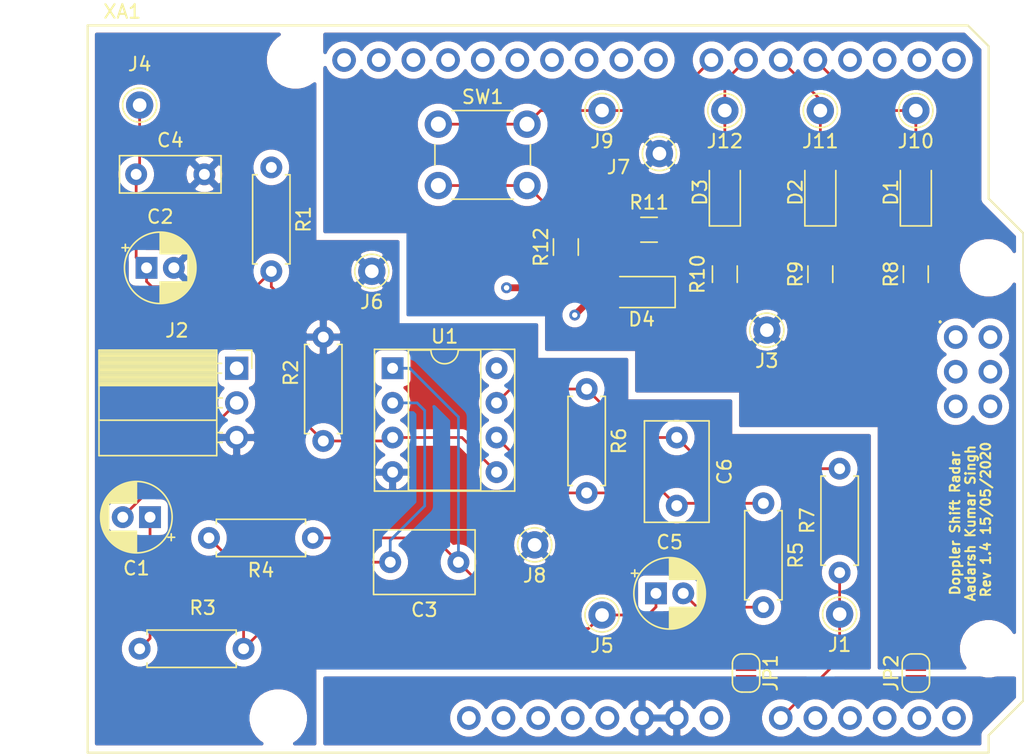
<source format=kicad_pcb>
(kicad_pcb (version 20171130) (host pcbnew "(5.1.5)-3")
  (title_block (title "Dopplershift Radar Module") (date 2020-05-13) (rev v1.1) (company hda/stud) (comment 1 "Aadarsh Kumar Singh"))
  (layers (0 Signal1 signal) (1 GND power) (2 VCC power) (31 Signal2 signal) (34 B.Paste user) (35 F.Paste user) (36 B.SilkS user) (37 F.SilkS user) (38 B.Mask user) (39 F.Mask user) (44 Edge.Cuts user))
  (net 0 "")
  (net 1 "Net-(C1-Pad1)")
  (net 2 /VIN)
  (net 3 GNDA)
  (net 4 "Net-(C2-Pad1)")
  (net 5 "Net-(C3-Pad2)")
  (net 6 "Net-(C3-Pad1)")
  (net 7 "Net-(C5-Pad2)")
  (net 8 "Net-(C6-Pad1)")
  (net 9 "Net-(C6-Pad2)")
  (net 10 /PUSHBUTTON)
  (net 11 GNDD)
  (net 12 "Net-(D1-Pad1)")
  (net 13 /LEDGREEN)
  (net 14 /LEDYELLOW)
  (net 15 "Net-(D2-Pad1)")
  (net 16 "Net-(D3-Pad1)")
  (net 17 /LEDRED)
  (net 18 VCC)
  (net 19 "Net-(D4-Pad1)")
  (net 20 /VOUT)
  (net 21 GND)
  (net 22 "Net-(XA1-PadMISO)")
  (net 23 "Net-(XA1-PadA5)")
  (net 24 "Net-(XA1-PadA4)")
  (net 25 "Net-(XA1-PadA3)")
  (net 26 "Net-(XA1-PadA2)")
  (net 27 "Net-(XA1-PadA1)")
  (net 28 "Net-(XA1-PadD11)")
  (net 29 "Net-(XA1-PadD12)")
  (net 30 "Net-(XA1-PadD13)")
  (net 31 "Net-(XA1-PadAREF)")
  (net 32 "Net-(XA1-PadSDA)")
  (net 33 "Net-(XA1-PadSCL)")
  (net 34 "Net-(XA1-PadD10)")
  (net 35 "Net-(XA1-PadD9)")
  (net 36 "Net-(XA1-PadD8)")
  (net 37 "Net-(XA1-PadD3)")
  (net 38 "Net-(XA1-PadD2)")
  (net 39 "Net-(XA1-PadD1)")
  (net 40 "Net-(XA1-PadD0)")
  (net 41 "Net-(XA1-PadIORF)")
  (net 42 "Net-(XA1-PadRST1)")
  (net 43 "Net-(XA1-Pad3V3)")
  (net 44 "Net-(XA1-PadVIN)")
  (net 45 "Net-(XA1-Pad5V2)")
  (net 46 "Net-(XA1-PadSCK)")
  (net 47 "Net-(XA1-PadMOSI)")
  (net 48 "Net-(XA1-PadGND4)")
  (net 49 "Net-(XA1-PadRST2)")
  (net 50 "Net-(R12-Pad2)")
  (net 51 "Net-(XA1-PadGND1)")
  (module Arduino_SDHD:Arduino_Uno_Shield (layer Signal1) (at 82.296 133.096)
    (fp_text reference XA1 (at 2.54 -54.356) (layer F.SilkS))
    (fp_text value Uno_Shield)
    (fp_text user . (at 62.484 -32.004) (layer F.SilkS))
    (pad MISO thru_hole oval (at 63.627 -30.48) (size 1.7272 1.7272) (drill 1.016) (layers *.Cu *.Mask) (net 22 "Net-(XA1-PadMISO)"))
    (pad A5 thru_hole oval (at 63.5 -2.54) (size 1.7272 1.7272) (drill 1.016) (layers *.Cu *.Mask) (net 23 "Net-(XA1-PadA5)"))
    (pad A4 thru_hole oval (at 60.96 -2.54) (size 1.7272 1.7272) (drill 1.016) (layers *.Cu *.Mask) (net 24 "Net-(XA1-PadA4)"))
    (pad A3 thru_hole oval (at 58.42 -2.54) (size 1.7272 1.7272) (drill 1.016) (layers *.Cu *.Mask) (net 25 "Net-(XA1-PadA3)"))
    (pad A2 thru_hole oval (at 55.88 -2.54) (size 1.7272 1.7272) (drill 1.016) (layers *.Cu *.Mask) (net 26 "Net-(XA1-PadA2)"))
    (pad A1 thru_hole oval (at 53.34 -2.54) (size 1.7272 1.7272) (drill 1.016) (layers *.Cu *.Mask) (net 27 "Net-(XA1-PadA1)"))
    (pad "" thru_hole oval (at 27.94 -2.54) (size 1.7272 1.7272) (drill 1.016) (layers *.Cu *.Mask))
    (pad D11 thru_hole oval (at 34.036 -50.8) (size 1.7272 1.7272) (drill 1.016) (layers *.Cu *.Mask) (net 28 "Net-(XA1-PadD11)"))
    (pad D12 thru_hole oval (at 31.496 -50.8) (size 1.7272 1.7272) (drill 1.016) (layers *.Cu *.Mask) (net 29 "Net-(XA1-PadD12)"))
    (pad D13 thru_hole oval (at 28.956 -50.8) (size 1.7272 1.7272) (drill 1.016) (layers *.Cu *.Mask) (net 30 "Net-(XA1-PadD13)"))
    (pad AREF thru_hole oval (at 23.876 -50.8) (size 1.7272 1.7272) (drill 1.016) (layers *.Cu *.Mask) (net 31 "Net-(XA1-PadAREF)"))
    (pad SDA thru_hole oval (at 21.336 -50.8) (size 1.7272 1.7272) (drill 1.016) (layers *.Cu *.Mask) (net 32 "Net-(XA1-PadSDA)"))
    (pad SCL thru_hole oval (at 18.796 -50.8) (size 1.7272 1.7272) (drill 1.016) (layers *.Cu *.Mask) (net 33 "Net-(XA1-PadSCL)"))
    (pad "" np_thru_hole circle (at 13.97 -2.54) (size 3.2 3.2) (drill 3.2) (layers *.Cu *.Mask))
    (pad "" np_thru_hole circle (at 15.24 -50.8) (size 3.2 3.2) (drill 3.2) (layers *.Cu *.Mask))
    (pad "" np_thru_hole circle (at 66.04 -35.56) (size 3.2 3.2) (drill 3.2) (layers *.Cu *.Mask))
    (pad "" np_thru_hole circle (at 66.04 -7.62) (size 3.2 3.2) (drill 3.2) (layers *.Cu *.Mask))
    (pad D10 thru_hole oval (at 36.576 -50.8) (size 1.7272 1.7272) (drill 1.016) (layers *.Cu *.Mask) (net 34 "Net-(XA1-PadD10)"))
    (pad D9 thru_hole oval (at 39.116 -50.8) (size 1.7272 1.7272) (drill 1.016) (layers *.Cu *.Mask) (net 35 "Net-(XA1-PadD9)"))
    (pad D8 thru_hole oval (at 41.656 -50.8) (size 1.7272 1.7272) (drill 1.016) (layers *.Cu *.Mask) (net 36 "Net-(XA1-PadD8)"))
    (pad GND1 thru_hole oval (at 26.416 -50.8) (size 1.7272 1.7272) (drill 1.016) (layers *.Cu *.Mask) (net 51 "Net-(XA1-PadGND1)"))
    (pad D7 thru_hole oval (at 45.72 -50.8) (size 1.7272 1.7272) (drill 1.016) (layers *.Cu *.Mask) (net 10 /PUSHBUTTON))
    (pad D6 thru_hole oval (at 48.26 -50.8) (size 1.7272 1.7272) (drill 1.016) (layers *.Cu *.Mask) (net 17 /LEDRED))
    (pad D5 thru_hole oval (at 50.8 -50.8) (size 1.7272 1.7272) (drill 1.016) (layers *.Cu *.Mask) (net 14 /LEDYELLOW))
    (pad D4 thru_hole oval (at 53.34 -50.8) (size 1.7272 1.7272) (drill 1.016) (layers *.Cu *.Mask) (net 13 /LEDGREEN))
    (pad D3 thru_hole oval (at 55.88 -50.8) (size 1.7272 1.7272) (drill 1.016) (layers *.Cu *.Mask) (net 37 "Net-(XA1-PadD3)"))
    (pad D2 thru_hole oval (at 58.42 -50.8) (size 1.7272 1.7272) (drill 1.016) (layers *.Cu *.Mask) (net 38 "Net-(XA1-PadD2)"))
    (pad D1 thru_hole oval (at 60.96 -50.8) (size 1.7272 1.7272) (drill 1.016) (layers *.Cu *.Mask) (net 39 "Net-(XA1-PadD1)"))
    (pad D0 thru_hole oval (at 63.5 -50.8) (size 1.7272 1.7272) (drill 1.016) (layers *.Cu *.Mask) (net 40 "Net-(XA1-PadD0)"))
    (pad IORF thru_hole oval (at 30.48 -2.54) (size 1.7272 1.7272) (drill 1.016) (layers *.Cu *.Mask) (net 41 "Net-(XA1-PadIORF)"))
    (pad RST1 thru_hole oval (at 33.02 -2.54) (size 1.7272 1.7272) (drill 1.016) (layers *.Cu *.Mask) (net 42 "Net-(XA1-PadRST1)"))
    (pad 3V3 thru_hole oval (at 35.56 -2.54) (size 1.7272 1.7272) (drill 1.016) (layers *.Cu *.Mask) (net 43 "Net-(XA1-Pad3V3)"))
    (pad 5V1 thru_hole oval (at 38.1 -2.54) (size 1.7272 1.7272) (drill 1.016) (layers *.Cu *.Mask) (net 18 VCC))
    (pad GND2 thru_hole oval (at 40.64 -2.54) (size 1.7272 1.7272) (drill 1.016) (layers *.Cu *.Mask) (net 21 GND))
    (pad GND3 thru_hole oval (at 43.18 -2.54) (size 1.7272 1.7272) (drill 1.016) (layers *.Cu *.Mask) (net 21 GND))
    (pad VIN thru_hole oval (at 45.72 -2.54) (size 1.7272 1.7272) (drill 1.016) (layers *.Cu *.Mask) (net 44 "Net-(XA1-PadVIN)"))
    (pad A0 thru_hole oval (at 50.8 -2.54) (size 1.7272 1.7272) (drill 1.016) (layers *.Cu *.Mask) (net 20 /VOUT))
    (pad 5V2 thru_hole oval (at 66.167 -30.48) (size 1.7272 1.7272) (drill 1.016) (layers *.Cu *.Mask) (net 45 "Net-(XA1-Pad5V2)"))
    (pad SCK thru_hole oval (at 63.627 -27.94) (size 1.7272 1.7272) (drill 1.016) (layers *.Cu *.Mask) (net 46 "Net-(XA1-PadSCK)"))
    (pad MOSI thru_hole oval (at 66.167 -27.94) (size 1.7272 1.7272) (drill 1.016) (layers *.Cu *.Mask) (net 47 "Net-(XA1-PadMOSI)"))
    (pad GND4 thru_hole oval (at 66.167 -25.4) (size 1.7272 1.7272) (drill 1.016) (layers *.Cu *.Mask) (net 48 "Net-(XA1-PadGND4)"))
    (pad RST2 thru_hole oval (at 63.627 -25.4) (size 1.7272 1.7272) (drill 1.016) (layers *.Cu *.Mask) (net 49 "Net-(XA1-PadRST2)"))
  )
  (module Capacitor_THT:CP_Radial_D5.0mm_P2.00mm (layer Signal1) (at 86.868 115.824 180)
    (fp_text reference C1 (at 1 -3.75) (layer F.SilkS))
    (fp_text value 4.7u)
    (pad 1 thru_hole rect (at 0 0 180) (size 1.6 1.6) (drill 0.8) (layers *.Cu *.Mask) (net 1 "Net-(C1-Pad1)"))
    (pad 2 thru_hole circle (at 2 0 180) (size 1.6 1.6) (drill 0.8) (layers *.Cu *.Mask) (net 2 /VIN))
  )
  (module Capacitor_THT:CP_Radial_D5.0mm_P2.00mm (layer Signal1) (at 86.614 97.536)
    (fp_text reference C2 (at 1 -3.75) (layer F.SilkS))
    (fp_text value 22u)
    (pad 2 thru_hole circle (at 2 0) (size 1.6 1.6) (drill 0.8) (layers *.Cu *.Mask) (net 3 GNDA))
    (pad 1 thru_hole rect (at 0 0) (size 1.6 1.6) (drill 0.8) (layers *.Cu *.Mask) (net 4 "Net-(C2-Pad1)"))
  )
  (module Capacitor_THT:C_Rect_L7.2mm_W4.5mm_P5.00mm_FKS2_FKP2_MKS2_MKP2 (layer Signal1) (at 109.474 119.126 180)
    (fp_text reference C3 (at 2.5 -3.5) (layer F.SilkS))
    (fp_text value 1.5n)
    (pad 2 thru_hole circle (at 5 0 180) (size 1.6 1.6) (drill 0.8) (layers *.Cu *.Mask) (net 5 "Net-(C3-Pad2)"))
    (pad 1 thru_hole circle (at 0 0 180) (size 1.6 1.6) (drill 0.8) (layers *.Cu *.Mask) (net 6 "Net-(C3-Pad1)"))
  )
  (module Capacitor_THT:C_Rect_L7.2mm_W2.5mm_P5.00mm_FKS2_FKP2_MKS2_MKP2 (layer Signal1) (at 85.852 90.678)
    (fp_text reference C4 (at 2.5 -2.5) (layer F.SilkS))
    (fp_text value 100n)
    (pad 1 thru_hole circle (at 0 0) (size 1.6 1.6) (drill 0.8) (layers *.Cu *.Mask) (net 4 "Net-(C2-Pad1)"))
    (pad 2 thru_hole circle (at 5 0) (size 1.6 1.6) (drill 0.8) (layers *.Cu *.Mask) (net 3 GNDA))
  )
  (module Capacitor_THT:CP_Radial_D5.0mm_P2.00mm (layer Signal1) (at 123.952 121.412)
    (fp_text reference C5 (at 1 -3.75) (layer F.SilkS))
    (fp_text value 4.7u)
    (pad 1 thru_hole rect (at 0 0) (size 1.6 1.6) (drill 0.8) (layers *.Cu *.Mask) (net 6 "Net-(C3-Pad1)"))
    (pad 2 thru_hole circle (at 2 0) (size 1.6 1.6) (drill 0.8) (layers *.Cu *.Mask) (net 7 "Net-(C5-Pad2)"))
  )
  (module Capacitor_THT:C_Rect_L7.2mm_W4.5mm_P5.00mm_FKS2_FKP2_MKS2_MKP2 (layer Signal1) (at 125.476 109.982 270)
    (fp_text reference C6 (at 2.5 -3.5 90) (layer F.SilkS))
    (fp_text value 3.3n)
    (pad 1 thru_hole circle (at 0 0 270) (size 1.6 1.6) (drill 0.8) (layers *.Cu *.Mask) (net 8 "Net-(C6-Pad1)"))
    (pad 2 thru_hole circle (at 5 0 270) (size 1.6 1.6) (drill 0.8) (layers *.Cu *.Mask) (net 9 "Net-(C6-Pad2)"))
  )
  (module LED_SMD:LED_1206_3216Metric_Pad1.42x1.75mm_HandSolder (layer Signal1) (at 143 92 90)
    (fp_text reference D1 (at 0 -1.82 90) (layer F.SilkS))
    (fp_text value "LED green")
    (pad 2 smd roundrect (at 1.4875 0 90) (size 1.425 1.75) (layers Signal1 F.Paste F.Mask) (roundrect_rratio 0.175439) (net 13 /LEDGREEN))
    (pad 1 smd roundrect (at -1.4875 0 90) (size 1.425 1.75) (layers Signal1 F.Paste F.Mask) (roundrect_rratio 0.175439) (net 12 "Net-(D1-Pad1)"))
  )
  (module LED_SMD:LED_1206_3216Metric_Pad1.42x1.75mm_HandSolder (layer Signal1) (at 136 92 90)
    (fp_text reference D2 (at 0 -1.82 90) (layer F.SilkS))
    (fp_text value "LED yellow")
    (pad 1 smd roundrect (at -1.4875 0 90) (size 1.425 1.75) (layers Signal1 F.Paste F.Mask) (roundrect_rratio 0.175439) (net 15 "Net-(D2-Pad1)"))
    (pad 2 smd roundrect (at 1.4875 0 90) (size 1.425 1.75) (layers Signal1 F.Paste F.Mask) (roundrect_rratio 0.175439) (net 14 /LEDYELLOW))
  )
  (module LED_SMD:LED_1206_3216Metric_Pad1.42x1.75mm_HandSolder (layer Signal1) (at 129 92 90)
    (fp_text reference D3 (at 0 -1.82 90) (layer F.SilkS))
    (fp_text value "LED red")
    (pad 2 smd roundrect (at 1.4875 0 90) (size 1.425 1.75) (layers Signal1 F.Paste F.Mask) (roundrect_rratio 0.175439) (net 17 /LEDRED))
    (pad 1 smd roundrect (at -1.4875 0 90) (size 1.425 1.75) (layers Signal1 F.Paste F.Mask) (roundrect_rratio 0.175439) (net 16 "Net-(D3-Pad1)"))
  )
  (module LED_SMD:LED_1206_3216Metric_Pad1.42x1.75mm_HandSolder (layer Signal1) (at 122.8995 99.314 180)
    (fp_text reference D4 (at 0 -2) (layer F.SilkS))
    (fp_text value "LED red")
    (pad 1 smd roundrect (at -1.4875 0 180) (size 1.425 1.75) (layers Signal1 F.Paste F.Mask) (roundrect_rratio 0.175439) (net 19 "Net-(D4-Pad1)"))
    (pad 2 smd roundrect (at 1.4875 0 180) (size 1.425 1.75) (layers Signal1 F.Paste F.Mask) (roundrect_rratio 0.175439) (net 18 VCC))
  )
  (module Connector_Pin:Pin_D1.0mm_L10.0mm (layer Signal1) (at 137.414 122.936)
    (fp_text reference J1 (at 0 2.25) (layer F.SilkS))
    (fp_text value FILTER_2)
    (pad 1 thru_hole circle (at 0 0) (size 2 2) (drill 1) (layers *.Cu *.Mask) (net 20 /VOUT))
  )
  (module Connector_PinSocket_2.54mm:PinSocket_1x03_P2.54mm_Horizontal (layer Signal1) (at 93.218 104.902)
    (fp_text reference J2 (at -4.38 -2.77) (layer F.SilkS))
    (fp_text value Radar)
    (pad 1 thru_hole rect (at 0 0) (size 1.7 1.7) (drill 1) (layers *.Cu *.Mask) (net 18 VCC))
    (pad 2 thru_hole oval (at 0 2.54) (size 1.7 1.7) (drill 1) (layers *.Cu *.Mask) (net 2 /VIN))
    (pad 3 thru_hole oval (at 0 5.08) (size 1.7 1.7) (drill 1) (layers *.Cu *.Mask) (net 3 GNDA))
  )
  (module Connector_Pin:Pin_D1.0mm_L10.0mm (layer Signal1) (at 132.08 102.108)
    (fp_text reference J3 (at 0 2.25) (layer F.SilkS))
    (fp_text value TP_GNDD)
    (pad 1 thru_hole circle (at 0 0) (size 2 2) (drill 1) (layers *.Cu *.Mask) (net 11 GNDD))
  )
  (module Connector_Pin:Pin_D1.0mm_L10.0mm (layer Signal1) (at 86.106 85.598)
    (fp_text reference J4 (at 0 -3) (layer F.SilkS))
    (fp_text value TP_VCM)
    (pad 1 thru_hole circle (at 0 0) (size 2 2) (drill 1) (layers *.Cu *.Mask) (net 4 "Net-(C2-Pad1)"))
  )
  (module Connector_Pin:Pin_D1.0mm_L10.0mm (layer Signal1) (at 120 123)
    (fp_text reference J5 (at 0 2.25) (layer F.SilkS))
    (fp_text value FILTER_1)
    (pad 1 thru_hole circle (at 0 0) (size 2 2) (drill 1) (layers *.Cu *.Mask) (net 6 "Net-(C3-Pad1)"))
  )
  (module Connector_Pin:Pin_D1.0mm_L10.0mm (layer Signal1) (at 103.124 97.79)
    (fp_text reference J6 (at 0 2.25) (layer F.SilkS))
    (fp_text value TP_GNDA)
    (pad 1 thru_hole circle (at 0 0) (size 2 2) (drill 1) (layers *.Cu *.Mask) (net 3 GNDA))
  )
  (module Connector_Pin:Pin_D1.0mm_L10.0mm (layer Signal1) (at 124.206 89.154)
    (fp_text reference J7 (at -3 1) (layer F.SilkS))
    (fp_text value TP_GNDD)
    (pad 1 thru_hole circle (at 0 0) (size 2 2) (drill 1) (layers *.Cu *.Mask) (net 11 GNDD))
  )
  (module Connector_Pin:Pin_D1.0mm_L10.0mm (layer Signal1) (at 115.062 117.856)
    (fp_text reference J8 (at 0 2.25) (layer F.SilkS))
    (fp_text value TP_GNDA)
    (pad 1 thru_hole circle (at 0 0) (size 2 2) (drill 1) (layers *.Cu *.Mask) (net 3 GNDA))
  )
  (module Connector_Pin:Pin_D1.0mm_L10.0mm (layer Signal1) (at 120 86)
    (fp_text reference J9 (at 0 2.25) (layer F.SilkS))
    (fp_text value TP_BUTTON)
    (pad 1 thru_hole circle (at 0 0) (size 2 2) (drill 1) (layers *.Cu *.Mask) (net 10 /PUSHBUTTON))
  )
  (module Connector_Pin:Pin_D1.0mm_L10.0mm (layer Signal1) (at 143 86)
    (fp_text reference J10 (at 0 2.25) (layer F.SilkS))
    (fp_text value TP_LED_G)
    (pad 1 thru_hole circle (at 0 0) (size 2 2) (drill 1) (layers *.Cu *.Mask) (net 13 /LEDGREEN))
  )
  (module Connector_Pin:Pin_D1.0mm_L10.0mm (layer Signal1) (at 136 86)
    (fp_text reference J11 (at 0 2.25) (layer F.SilkS))
    (fp_text value TP_LED_Y)
    (pad 1 thru_hole circle (at 0 0) (size 2 2) (drill 1) (layers *.Cu *.Mask) (net 14 /LEDYELLOW))
  )
  (module Connector_Pin:Pin_D1.0mm_L10.0mm (layer Signal1) (at 129 86)
    (fp_text reference J12 (at 0 2.25) (layer F.SilkS))
    (fp_text value TP_LED_R)
    (pad 1 thru_hole circle (at 0 0) (size 2 2) (drill 1) (layers *.Cu *.Mask) (net 17 /LEDRED))
  )
  (module Jumper:SolderJumper-2_P1.3mm_Open_RoundedPad1.0x1.5mm (layer Signal1) (at 130.556 127.254 270)
    (fp_text reference JP1 (at 0 -1.8 90) (layer F.SilkS))
    (fp_text value GNDA_JOIN)
    (pad 2 smd custom (at 0.65 0 270) (size 1 0.5) (layers Signal1 F.Mask) (net 21 GND) (options (clearance outline) (anchor rect)) (primitives (gr_circle (center 0 0.25) (end 0.5 0.25) (width 0)) (gr_circle (center 0 -0.25) (end 0.5 -0.25) (width 0)) (gr_poly (pts (xy 0 -0.75) (xy -0.5 -0.75) (xy -0.5 0.75) (xy 0 0.75)) (width 0))))
    (pad 1 smd custom (at -0.65 0 270) (size 1 0.5) (layers Signal1 F.Mask) (net 3 GNDA) (options (clearance outline) (anchor rect)) (primitives (gr_circle (center 0 0.25) (end 0.5 0.25) (width 0)) (gr_circle (center 0 -0.25) (end 0.5 -0.25) (width 0)) (gr_poly (pts (xy 0 -0.75) (xy 0.5 -0.75) (xy 0.5 0.75) (xy 0 0.75)) (width 0))))
  )
  (module Jumper:SolderJumper-2_P1.3mm_Open_RoundedPad1.0x1.5mm (layer Signal1) (at 143.002 127.254 90)
    (fp_text reference JP2 (at 0 -1.8 90) (layer F.SilkS))
    (fp_text value GNDD_JOIN)
    (pad 2 smd custom (at 0.65 0 90) (size 1 0.5) (layers Signal1 F.Mask) (net 11 GNDD) (options (clearance outline) (anchor rect)) (primitives (gr_circle (center 0 0.25) (end 0.5 0.25) (width 0)) (gr_circle (center 0 -0.25) (end 0.5 -0.25) (width 0)) (gr_poly (pts (xy 0 -0.75) (xy -0.5 -0.75) (xy -0.5 0.75) (xy 0 0.75)) (width 0))))
    (pad 1 smd custom (at -0.65 0 90) (size 1 0.5) (layers Signal1 F.Mask) (net 21 GND) (options (clearance outline) (anchor rect)) (primitives (gr_circle (center 0 0.25) (end 0.5 0.25) (width 0)) (gr_circle (center 0 -0.25) (end 0.5 -0.25) (width 0)) (gr_poly (pts (xy 0 -0.75) (xy 0.5 -0.75) (xy 0.5 0.75) (xy 0 0.75)) (width 0))))
  )
  (module Resistor_THT:R_Axial_DIN0207_L6.3mm_D2.5mm_P7.62mm_Horizontal (layer Signal1) (at 95.758 90.17 270)
    (fp_text reference R1 (at 3.81 -2.37 90) (layer F.SilkS))
    (fp_text value 1k)
    (pad 2 thru_hole oval (at 7.62 0 270) (size 1.6 1.6) (drill 0.8) (layers *.Cu *.Mask) (net 4 "Net-(C2-Pad1)"))
    (pad 1 thru_hole circle (at 0 0 270) (size 1.6 1.6) (drill 0.8) (layers *.Cu *.Mask) (net 18 VCC))
  )
  (module Resistor_THT:R_Axial_DIN0207_L6.3mm_D2.5mm_P7.62mm_Horizontal (layer Signal1) (at 99.568 110.236 90)
    (fp_text reference R2 (at 5 -2.37 90) (layer F.SilkS))
    (fp_text value 1k)
    (pad 1 thru_hole circle (at 0 0 90) (size 1.6 1.6) (drill 0.8) (layers *.Cu *.Mask) (net 4 "Net-(C2-Pad1)"))
    (pad 2 thru_hole oval (at 7.62 0 90) (size 1.6 1.6) (drill 0.8) (layers *.Cu *.Mask) (net 3 GNDA))
  )
  (module Resistor_THT:R_Axial_DIN0207_L6.3mm_D2.5mm_P7.62mm_Horizontal (layer Signal1) (at 93.726 125.476 180)
    (fp_text reference R3 (at 3 3) (layer F.SilkS))
    (fp_text value 2.2k)
    (pad 1 thru_hole circle (at 0 0 180) (size 1.6 1.6) (drill 0.8) (layers *.Cu *.Mask) (net 5 "Net-(C3-Pad2)"))
    (pad 2 thru_hole oval (at 7.62 0 180) (size 1.6 1.6) (drill 0.8) (layers *.Cu *.Mask) (net 1 "Net-(C1-Pad1)"))
  )
  (module Resistor_THT:R_Axial_DIN0207_L6.3mm_D2.5mm_P7.62mm_Horizontal (layer Signal1) (at 98.806 117.348 180)
    (fp_text reference R4 (at 3.81 -2.37) (layer F.SilkS))
    (fp_text value 220k)
    (pad 1 thru_hole circle (at 0 0 180) (size 1.6 1.6) (drill 0.8) (layers *.Cu *.Mask) (net 6 "Net-(C3-Pad1)"))
    (pad 2 thru_hole oval (at 7.62 0 180) (size 1.6 1.6) (drill 0.8) (layers *.Cu *.Mask) (net 5 "Net-(C3-Pad2)"))
  )
  (module Resistor_THT:R_Axial_DIN0207_L6.3mm_D2.5mm_P7.62mm_Horizontal (layer Signal1) (at 131.826 114.808 270)
    (fp_text reference R5 (at 3.81 -2.37 90) (layer F.SilkS))
    (fp_text value 2.2k)
    (pad 1 thru_hole circle (at 0 0 270) (size 1.6 1.6) (drill 0.8) (layers *.Cu *.Mask) (net 9 "Net-(C6-Pad2)"))
    (pad 2 thru_hole oval (at 7.62 0 270) (size 1.6 1.6) (drill 0.8) (layers *.Cu *.Mask) (net 7 "Net-(C5-Pad2)"))
  )
  (module Resistor_THT:R_Axial_DIN0207_L6.3mm_D2.5mm_P7.62mm_Horizontal (layer Signal1) (at 118.872 106.426 270)
    (fp_text reference R6 (at 3.81 -2.37 90) (layer F.SilkS))
    (fp_text value 100k)
    (pad 2 thru_hole oval (at 7.62 0 270) (size 1.6 1.6) (drill 0.8) (layers *.Cu *.Mask) (net 9 "Net-(C6-Pad2)"))
    (pad 1 thru_hole circle (at 0 0 270) (size 1.6 1.6) (drill 0.8) (layers *.Cu *.Mask) (net 8 "Net-(C6-Pad1)"))
  )
  (module Resistor_THT:R_Axial_DIN0207_L6.3mm_D2.5mm_P7.62mm_Horizontal (layer Signal1) (at 137.414 119.888 90)
    (fp_text reference R7 (at 3.81 -2.37 90) (layer F.SilkS))
    (fp_text value 100)
    (pad 1 thru_hole circle (at 0 0 90) (size 1.6 1.6) (drill 0.8) (layers *.Cu *.Mask) (net 20 /VOUT))
    (pad 2 thru_hole oval (at 7.62 0 90) (size 1.6 1.6) (drill 0.8) (layers *.Cu *.Mask) (net 8 "Net-(C6-Pad1)"))
  )
  (module Resistor_SMD:R_1206_3216Metric_Pad1.42x1.75mm_HandSolder (layer Signal1) (at 143 98 90)
    (fp_text reference R8 (at 0 -1.82 90) (layer F.SilkS))
    (fp_text value 220)
    (pad 1 smd roundrect (at -1.4875 0 90) (size 1.425 1.75) (layers Signal1 F.Paste F.Mask) (roundrect_rratio 0.175439) (net 11 GNDD))
    (pad 2 smd roundrect (at 1.4875 0 90) (size 1.425 1.75) (layers Signal1 F.Paste F.Mask) (roundrect_rratio 0.175439) (net 12 "Net-(D1-Pad1)"))
  )
  (module Resistor_SMD:R_1206_3216Metric_Pad1.42x1.75mm_HandSolder (layer Signal1) (at 136 98 90)
    (fp_text reference R9 (at 0 -1.82 90) (layer F.SilkS))
    (fp_text value 220)
    (pad 1 smd roundrect (at -1.4875 0 90) (size 1.425 1.75) (layers Signal1 F.Paste F.Mask) (roundrect_rratio 0.175439) (net 11 GNDD))
    (pad 2 smd roundrect (at 1.4875 0 90) (size 1.425 1.75) (layers Signal1 F.Paste F.Mask) (roundrect_rratio 0.175439) (net 15 "Net-(D2-Pad1)"))
  )
  (module Resistor_SMD:R_1206_3216Metric_Pad1.42x1.75mm_HandSolder (layer Signal1) (at 129 98 90)
    (fp_text reference R10 (at 0 -2 90) (layer F.SilkS))
    (fp_text value 220)
    (pad 1 smd roundrect (at -1.4875 0 90) (size 1.425 1.75) (layers Signal1 F.Paste F.Mask) (roundrect_rratio 0.175439) (net 11 GNDD))
    (pad 2 smd roundrect (at 1.4875 0 90) (size 1.425 1.75) (layers Signal1 F.Paste F.Mask) (roundrect_rratio 0.175439) (net 16 "Net-(D3-Pad1)"))
  )
  (module Resistor_SMD:R_1206_3216Metric_Pad1.42x1.75mm_HandSolder (layer Signal1) (at 123.444 94.742 180)
    (fp_text reference R11 (at 0 2) (layer F.SilkS))
    (fp_text value 220)
    (pad 2 smd roundrect (at 1.4875 0 180) (size 1.425 1.75) (layers Signal1 F.Paste F.Mask) (roundrect_rratio 0.175439) (net 11 GNDD))
    (pad 1 smd roundrect (at -1.4875 0 180) (size 1.425 1.75) (layers Signal1 F.Paste F.Mask) (roundrect_rratio 0.175439) (net 19 "Net-(D4-Pad1)"))
  )
  (module Resistor_SMD:R_1206_3216Metric_Pad1.42x1.75mm_HandSolder (layer Signal1) (at 117.348 96.012 90)
    (fp_text reference R12 (at 0 -1.82 90) (layer F.SilkS))
    (fp_text value 220)
    (pad 2 smd roundrect (at 1.4875 0 90) (size 1.425 1.75) (layers Signal1 F.Paste F.Mask) (roundrect_rratio 0.175439) (net 50 "Net-(R12-Pad2)"))
    (pad 1 smd roundrect (at -1.4875 0 90) (size 1.425 1.75) (layers Signal1 F.Paste F.Mask) (roundrect_rratio 0.175439) (net 18 VCC))
  )
  (module Button_Switch_THT:SW_PUSH_6mm_H4.3mm (layer Signal1) (at 108 87)
    (fp_text reference SW1 (at 3.25 -2) (layer F.SilkS))
    (fp_text value SW_Push)
    (pad 2 thru_hole circle (at 0 4.5 90) (size 2 2) (drill 1.1) (layers *.Cu *.Mask) (net 50 "Net-(R12-Pad2)"))
    (pad 1 thru_hole circle (at 0 0 90) (size 2 2) (drill 1.1) (layers *.Cu *.Mask) (net 10 /PUSHBUTTON))
    (pad 2 thru_hole circle (at 6.5 4.5 90) (size 2 2) (drill 1.1) (layers *.Cu *.Mask) (net 50 "Net-(R12-Pad2)"))
    (pad 1 thru_hole circle (at 6.5 0 90) (size 2 2) (drill 1.1) (layers *.Cu *.Mask) (net 10 /PUSHBUTTON))
  )
  (module Package_DIP:DIP-8_W7.62mm_Socket (layer Signal1) (at 104.648 104.902)
    (fp_text reference U1 (at 3.81 -2.33) (layer F.SilkS))
    (fp_text value LM358)
    (pad 1 thru_hole rect (at 0 0) (size 1.6 1.6) (drill 0.8) (layers *.Cu *.Mask) (net 6 "Net-(C3-Pad1)"))
    (pad 5 thru_hole oval (at 7.62 7.62) (size 1.6 1.6) (drill 0.8) (layers *.Cu *.Mask) (net 4 "Net-(C2-Pad1)"))
    (pad 2 thru_hole oval (at 0 2.54) (size 1.6 1.6) (drill 0.8) (layers *.Cu *.Mask) (net 5 "Net-(C3-Pad2)"))
    (pad 6 thru_hole oval (at 7.62 5.08) (size 1.6 1.6) (drill 0.8) (layers *.Cu *.Mask) (net 9 "Net-(C6-Pad2)"))
    (pad 3 thru_hole oval (at 0 5.08) (size 1.6 1.6) (drill 0.8) (layers *.Cu *.Mask) (net 4 "Net-(C2-Pad1)"))
    (pad 7 thru_hole oval (at 7.62 2.54) (size 1.6 1.6) (drill 0.8) (layers *.Cu *.Mask) (net 8 "Net-(C6-Pad1)"))
    (pad 4 thru_hole oval (at 0 7.62) (size 1.6 1.6) (drill 0.8) (layers *.Cu *.Mask) (net 3 GNDA))
    (pad 8 thru_hole oval (at 7.62 0) (size 1.6 1.6) (drill 0.8) (layers *.Cu *.Mask) (net 18 VCC))
  )
  (gr_text "Doppler Shift Radar \nAadarsh Kumar Singh \nRev 1.4 15/05/2020" (at 147 116 90) (layer F.SilkS) (effects (font (size 0.7 0.7))))
  (gr_line (start 150.876 94.996) (end 150.876 128.524) (layer Edge.Cuts) (width 0.05))
  (gr_line (start 148.336 92.456) (end 150.876 94.996) (layer Edge.Cuts) (width 0.05))
  (gr_line (start 148.336 81.28) (end 148.336 92.456) (layer Edge.Cuts) (width 0.05))
  (gr_line (start 146.812 79.756) (end 148.336 81.28) (layer Edge.Cuts) (width 0.05))
  (gr_line (start 82.296 79.756) (end 146.812 79.756) (layer Edge.Cuts) (width 0.05))
  (gr_line (start 82.296 133.096) (end 82.296 79.756) (layer Edge.Cuts) (width 0.05))
  (gr_line (start 148.336 133.096) (end 82.296 133.096) (layer Edge.Cuts) (width 0.05))
  (gr_line (start 148.336 131.826) (end 148.336 133.096) (layer Edge.Cuts) (width 0.05))
  (gr_line (start 150.876 129.286) (end 148.336 131.826) (layer Edge.Cuts) (width 0.05))
  (gr_line (start 150.876 128.524) (end 150.876 129.286) (layer Edge.Cuts) (width 0.05))
  (segment (start 86.868 124.714) (end 86.106 125.476) (width 0.2) (layer Signal1) (net 1))
  (segment (start 86.868 115.824) (end 86.868 124.714) (width 0.2) (layer Signal1) (net 1))
  (segment (start 84.868 115.792) (end 84.868 115.824) (width 0.2) (layer Signal1) (net 2))
  (segment (start 93.218 107.442) (end 84.868 115.792) (width 0.2) (layer Signal1) (net 2))
  (segment (start 86.106 90.424) (end 85.852 90.678) (width 0.2) (layer Signal1) (net 4))
  (segment (start 86.106 85.598) (end 86.106 90.424) (width 0.2) (layer Signal1) (net 4))
  (segment (start 85.852 96.774) (end 86.614 97.536) (width 0.2) (layer Signal1) (net 4))
  (segment (start 85.852 90.678) (end 85.852 96.774) (width 0.2) (layer Signal1) (net 4))
  (segment (start 86.614 98.536) (end 87 98.922) (width 0.2) (layer Signal1) (net 4))
  (segment (start 86.614 97.536) (end 86.614 98.536) (width 0.2) (layer Signal1) (net 4))
  (segment (start 94.626 98.922) (end 95.758 97.79) (width 0.2) (layer Signal1) (net 4))
  (segment (start 87 98.922) (end 94.626 98.922) (width 0.2) (layer Signal1) (net 4))
  (segment (start 109.728 109.982) (end 112.268 112.522) (width 0.2) (layer Signal1) (net 4))
  (segment (start 104.648 109.982) (end 109.728 109.982) (width 0.2) (layer Signal1) (net 4))
  (segment (start 95.758 98.92137) (end 96 99.16337) (width 0.2) (layer Signal1) (net 4))
  (segment (start 95.758 97.79) (end 95.758 98.92137) (width 0.2) (layer Signal1) (net 4))
  (segment (start 96 99.16337) (end 96 108) (width 0.2) (layer Signal1) (net 4))
  (segment (start 97.332 108) (end 99.568 110.236) (width 0.2) (layer Signal1) (net 4))
  (segment (start 96 108) (end 97.332 108) (width 0.2) (layer Signal1) (net 4))
  (segment (start 104.394 110.236) (end 104.648 109.982) (width 0.2) (layer Signal1) (net 4))
  (segment (start 99.568 110.236) (end 104.394 110.236) (width 0.2) (layer Signal1) (net 4))
  (segment (start 100.076 119.126) (end 104.474 119.126) (width 0.2) (layer Signal1) (net 5))
  (segment (start 93.726 125.476) (end 100.076 119.126) (width 0.2) (layer Signal1) (net 5))
  (segment (start 93.726 119.888) (end 91.186 117.348) (width 0.2) (layer Signal1) (net 5))
  (segment (start 93.726 125.476) (end 93.726 119.888) (width 0.2) (layer Signal1) (net 5))
  (segment (start 106.442 107.442) (end 104.648 107.442) (width 0.2) (layer Signal2) (net 5))
  (segment (start 104.474 119.126) (end 104.474 117.526) (width 0.2) (layer Signal2) (net 5))
  (segment (start 107 108) (end 106.442 107.442) (width 0.2) (layer Signal2) (net 5))
  (segment (start 107 115) (end 107 108) (width 0.2) (layer Signal2) (net 5))
  (segment (start 104.474 117.526) (end 107 115) (width 0.2) (layer Signal2) (net 5))
  (segment (start 107.696 117.348) (end 109.474 119.126) (width 0.2) (layer Signal1) (net 6))
  (segment (start 98.806 117.348) (end 107.696 117.348) (width 0.2) (layer Signal1) (net 6))
  (segment (start 109.474 119.126) (end 114.348 124) (width 0.2) (layer Signal1) (net 6))
  (segment (start 119.000001 123.999999) (end 120 123) (width 0.2) (layer Signal1) (net 6))
  (segment (start 114.348 124) (end 119.000001 123.999999) (width 0.2) (layer Signal1) (net 6))
  (segment (start 123.952 122.412) (end 123.952 121.412) (width 0.2) (layer Signal1) (net 6))
  (segment (start 123.364 123) (end 123.952 122.412) (width 0.2) (layer Signal1) (net 6))
  (segment (start 120 123) (end 123.364 123) (width 0.2) (layer Signal1) (net 6))
  (segment (start 104.648 104.902) (end 105.902 104.902) (width 0.2) (layer Signal2) (net 6))
  (segment (start 109.474 108.474) (end 109.474 119.126) (width 0.2) (layer Signal2) (net 6))
  (segment (start 105.902 104.902) (end 109.474 108.474) (width 0.2) (layer Signal2) (net 6))
  (segment (start 126.968 122.428) (end 131.826 122.428) (width 0.2) (layer Signal1) (net 7))
  (segment (start 125.952 121.412) (end 126.968 122.428) (width 0.2) (layer Signal1) (net 7))
  (segment (start 113.284 106.426) (end 112.268 107.442) (width 0.2) (layer Signal1) (net 8))
  (segment (start 118.872 106.426) (end 113.284 106.426) (width 0.2) (layer Signal1) (net 8))
  (segment (start 122.428 109.982) (end 125.476 109.982) (width 0.2) (layer Signal1) (net 8))
  (segment (start 118.872 106.426) (end 122.428 109.982) (width 0.2) (layer Signal1) (net 8))
  (segment (start 127.762 112.268) (end 137.414 112.268) (width 0.2) (layer Signal1) (net 8))
  (segment (start 125.476 109.982) (end 127.762 112.268) (width 0.2) (layer Signal1) (net 8))
  (segment (start 125.65 114.808) (end 125.476 114.982) (width 0.2) (layer Signal1) (net 9))
  (segment (start 131.826 114.808) (end 125.65 114.808) (width 0.2) (layer Signal1) (net 9))
  (segment (start 124.54 114.046) (end 125.476 114.982) (width 0.2) (layer Signal1) (net 9))
  (segment (start 118.872 114.046) (end 124.54 114.046) (width 0.2) (layer Signal1) (net 9))
  (segment (start 116.332 114.046) (end 112.268 109.982) (width 0.2) (layer Signal1) (net 9))
  (segment (start 118.872 114.046) (end 116.332 114.046) (width 0.2) (layer Signal1) (net 9))
  (segment (start 124.312 86) (end 120 86) (width 0.2) (layer Signal1) (net 10))
  (segment (start 128.016 82.296) (end 124.312 86) (width 0.2) (layer Signal1) (net 10))
  (segment (start 115.499999 86.000001) (end 114.5 87) (width 0.2) (layer Signal1) (net 10))
  (segment (start 120 86) (end 115.499999 86.000001) (width 0.2) (layer Signal1) (net 10))
  (segment (start 114.5 87) (end 108 87) (width 0.2) (layer Signal1) (net 10))
  (segment (start 143 93.4875) (end 143 96.5125) (width 0.2) (layer Signal1) (net 12))
  (segment (start 139.34 86) (end 143 86) (width 0.2) (layer Signal1) (net 13))
  (segment (start 135.636 82.296) (end 139.34 86) (width 0.2) (layer Signal1) (net 13))
  (segment (start 143 86) (end 143 90.5125) (width 0.2) (layer Signal1) (net 13))
  (segment (start 136 85.2) (end 136 86) (width 0.2) (layer Signal1) (net 14))
  (segment (start 133.096 82.296) (end 136 85.2) (width 0.2) (layer Signal1) (net 14))
  (segment (start 136 86) (end 136 90.5125) (width 0.2) (layer Signal1) (net 14))
  (segment (start 136 93.4875) (end 136 96.5125) (width 0.2) (layer Signal1) (net 15))
  (segment (start 129 93.4875) (end 129 96.5125) (width 0.2) (layer Signal1) (net 16))
  (segment (start 129 83.852) (end 129 86) (width 0.2) (layer Signal1) (net 17))
  (segment (start 130.556 82.296) (end 129 83.852) (width 0.2) (layer Signal1) (net 17))
  (segment (start 129 86) (end 129 90.5125) (width 0.2) (layer Signal1) (net 17))
  (segment (start 116.473 97.4995) (end 114.9725 99) (width 0.5) (layer Signal1) (net 18))
  (segment (start 117.348 97.4995) (end 116.473 97.4995) (width 0.5) (layer Signal1) (net 18))
  (segment (start 114.9725 99) (end 113 99) (width 0.5) (layer Signal1) (net 18))
  (via (at 113 99) (size 0.8) (drill 0.4) (layers Signal1 Signal2) (net 18))
  (segment (start 121.412 99.314) (end 119.686 99.314) (width 0.5) (layer Signal1) (net 18))
  (via (at 118 101) (size 0.8) (drill 0.4) (layers Signal1 Signal2) (net 18))
  (segment (start 119.686 99.314) (end 118 101) (width 0.5) (layer Signal1) (net 18))
  (segment (start 124.9315 98.7695) (end 124.387 99.314) (width 0.2) (layer Signal1) (net 19))
  (segment (start 124.9315 94.742) (end 124.9315 98.7695) (width 0.2) (layer Signal1) (net 19))
  (segment (start 137.414 119.888) (end 137.414 122.936) (width 0.2) (layer Signal1) (net 20))
  (segment (start 137.414 126.238) (end 133.096 130.556) (width 0.2) (layer Signal1) (net 20))
  (segment (start 137.414 122.936) (end 137.414 126.238) (width 0.2) (layer Signal1) (net 20))
  (segment (start 117.348 94.348) (end 117.348 94.5245) (width 0.2) (layer Signal1) (net 50))
  (segment (start 114.5 91.5) (end 117.348 94.348) (width 0.2) (layer Signal1) (net 50))
  (segment (start 113.085787 91.5) (end 108 91.5) (width 0.2) (layer Signal1) (net 50))
  (segment (start 114.5 91.5) (end 113.085787 91.5) (width 0.2) (layer Signal1) (net 50))
  (zone (net 21) (net_name GND) (layer Signal1) (connect_pads (clearance 0.508)) (min_thickness 0.254) (fill yes (arc_segments 32) (thermal_gap 0.508) (thermal_bridge_width 0.508))
    (polygon (pts (xy 150.876 129.286) (xy 148.336 131.826) (xy 148.336 133.096) (xy 99.568 133.096) (xy 99.568 127.508) (xy 150.876 127.508)))
  )
  (zone (net 3) (net_name GNDA) (layer Signal1) (connect_pads (clearance 0.508)) (min_thickness 0.254) (fill yes (arc_segments 32) (thermal_gap 0.508) (thermal_bridge_width 0.508))
    (polygon (pts (xy 99.06 95.504) (xy 105.156 95.504) (xy 105.156 101.6) (xy 115.316 101.6) (xy 115.316 104.14) (xy 121.92 104.14) (xy 121.92 107.188) (xy 129.54 107.188) (xy 129.54 109.728) (xy 139.7 109.728) (xy 139.7 127) (xy 99.06 127) (xy 99.06 133.096) (xy 82.296 133.096) (xy 82.296 79.756) (xy 99.06 79.756)))
  )
  (zone (net 11) (net_name GNDD) (layer Signal1) (connect_pads (clearance 0.508)) (min_thickness 0.254) (fill yes (arc_segments 32) (thermal_gap 0.508) (thermal_bridge_width 0.508))
    (polygon (pts (xy 148.336 81.28) (xy 148.336 92.456) (xy 150.876 94.996) (xy 150.876 127) (xy 140.208 127) (xy 140.208 109.22) (xy 130.048 109.22) (xy 130.048 106.68) (xy 122.428 106.68) (xy 122.428 103.632) (xy 115.824 103.632) (xy 115.824 101.092) (xy 105.664 101.092) (xy 105.664 94.996) (xy 99.568 94.996) (xy 99.568 79.756) (xy 146.812 79.756)))
  )
  (zone (net 3) (net_name GNDA) (layer Signal2) (connect_pads (clearance 0.508)) (min_thickness 0.254) (fill yes (arc_segments 32) (thermal_gap 0.508) (thermal_bridge_width 0.508))
    (polygon (pts (xy 99.06 95.504) (xy 105.156 95.504) (xy 105.156 101.6) (xy 115.316 101.6) (xy 115.316 104.14) (xy 121.92 104.14) (xy 121.92 107.188) (xy 129.54 107.188) (xy 129.54 109.728) (xy 139.7 109.728) (xy 139.7 127) (xy 99.06 127) (xy 99.06 133.096) (xy 82.296 133.096) (xy 82.296 79.756) (xy 99.06 79.756)))
  )
  (zone (net 21) (net_name GND) (layer Signal2) (connect_pads (clearance 0.508)) (min_thickness 0.254) (fill yes (arc_segments 32) (thermal_gap 0.508) (thermal_bridge_width 0.508))
    (polygon (pts (xy 150.876 129.286) (xy 148.336 131.826) (xy 148.336 133.096) (xy 99.568 133.096) (xy 99.568 127.508) (xy 150.876 127.508)))
  )
  (zone (net 11) (net_name GNDD) (layer Signal2) (connect_pads (clearance 0.508)) (min_thickness 0.254) (fill yes (arc_segments 32) (thermal_gap 0.508) (thermal_bridge_width 0.508))
    (polygon (pts (xy 148.336 81.28) (xy 148.336 92.456) (xy 150.876 94.996) (xy 150.876 127) (xy 140.208 127) (xy 140.208 109.22) (xy 130.048 109.22) (xy 130.048 106.68) (xy 122.428 106.68) (xy 122.428 103.632) (xy 115.824 103.632) (xy 115.824 101.092) (xy 105.664 101.092) (xy 105.664 94.996) (xy 99.568 94.996) (xy 99.568 79.756) (xy 146.812 79.756)))
  )
)
</source>
